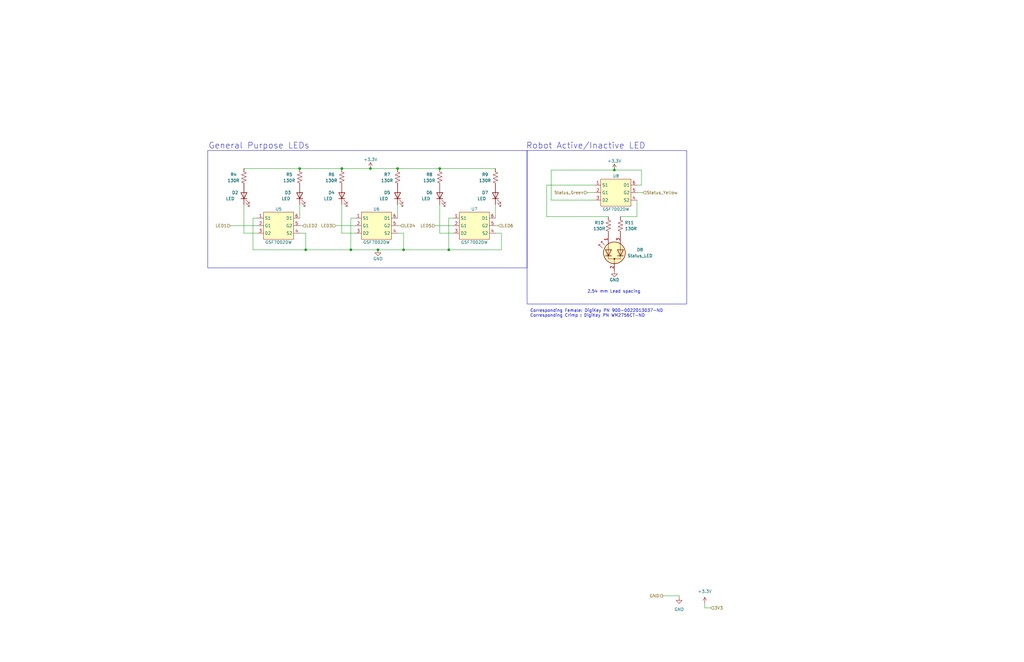
<source format=kicad_sch>
(kicad_sch (version 20250114) (generator "eeschema") (generator_version "9.0")
  (paper "B")
  (title_block (title "MCU Controller") (rev "0.3") (company "satomm@stanford.edu") (comment 1 "Department of Civil and Environmental Engineering") (comment 2 "Engineering Informatics Group") (comment 3 "Stanford University") (comment 4 "Matthew Sato"))
  (lib_symbols
    (symbol "Device:LED" (pin_numbers (hide yes)) (pin_names (offset 1.016) (hide yes))
      (property "Reference" "D" (at 0 2.54 0))
      (property "Value" "LED" (at 0 -2.54 0))
      (symbol "LED_0_1"
        (polyline (pts (xy -3.048 -0.762) (xy -4.572 -2.286) (xy -3.81 -2.286) (xy -4.572 -2.286) (xy -4.572 -1.524)))
        (polyline (pts (xy -1.778 -0.762) (xy -3.302 -2.286) (xy -2.54 -2.286) (xy -3.302 -2.286) (xy -3.302 -1.524)))
        (polyline (pts (xy -1.27 0) (xy 1.27 0)))
        (polyline (pts (xy -1.27 -1.27) (xy -1.27 1.27)) (stroke (width 0.254)))
        (polyline (pts (xy 1.27 -1.27) (xy 1.27 1.27) (xy -1.27 0) (xy 1.27 -1.27)) (stroke (width 0.254)))
      )
      (symbol "LED_1_1"
        (pin passive line (at -3.81 0 0) (length 2.54) (name "K") (number "1"))
        (pin passive line (at 3.81 0 180) (length 2.54) (name "A") (number "2"))
      )
    )
    (symbol "Device:LED_Dual_AKA" (pin_names (offset 0) (hide yes))
      (property "Reference" "D" (at 0 5.715 0))
      (property "Value" "LED_Dual_AKA" (at 0 -6.35 0))
      (symbol "LED_Dual_AKA_0_1"
        (polyline (pts (xy -4.572 0) (xy -2.54 0)))
        (circle (center -2.54 0) (radius 0.2794) (fill (type outline)))
        (polyline (pts (xy -1.27 1.27) (xy -1.27 3.81)) (stroke (width 0.254)))
        (polyline (pts (xy -1.27 -1.27) (xy -1.27 -3.81)) (stroke (width 0.254)))
        (circle (center 0 0) (radius 4.572) (stroke (width 0.254)) (fill (type background)))
        (polyline (pts (xy 1.27 1.27) (xy 1.27 3.81) (xy -1.27 2.54) (xy 1.27 1.27)) (stroke (width 0.254)))
        (polyline (pts (xy 1.27 -3.81) (xy 1.27 -1.27) (xy -1.27 -2.54) (xy 1.27 -3.81)) (stroke (width 0.254)))
        (polyline (pts (xy 2.032 5.08) (xy 3.556 6.604) (xy 2.794 6.604) (xy 3.556 6.604) (xy 3.556 5.842)))
        (polyline (pts (xy 2.032 2.54) (xy -2.54 2.54) (xy -2.54 -2.54) (xy 2.032 -2.54)))
        (polyline (pts (xy 3.302 4.064) (xy 4.826 5.588) (xy 4.064 5.588) (xy 4.826 5.588) (xy 4.826 4.826)))
        (polyline (pts (xy 3.81 2.54) (xy 1.905 2.54)))
        (polyline (pts (xy 3.81 -2.54) (xy 1.905 -2.54)))
      )
      (symbol "LED_Dual_AKA_1_1"
        (pin input line (at -7.62 0 0) (length 3.048) (name "K") (number "2"))
        (pin input line (at 7.62 2.54 180) (length 3.81) (name "A1") (number "1"))
        (pin input line (at 7.62 -2.54 180) (length 3.81) (name "A2") (number "3"))
      )
    )
    (symbol "Device:R_US" (pin_numbers (hide yes)) (pin_names (offset 0))
      (property "Reference" "R" (at 2.54 0 90))
      (property "Value" "R_US" (at -2.54 0 90))
      (symbol "R_US_0_1"
        (polyline (pts (xy 0 2.286) (xy 0 2.54)))
        (polyline (pts (xy 0 2.286) (xy 1.016 1.905) (xy 0 1.524) (xy -1.016 1.143) (xy 0 0.762)))
        (polyline (pts (xy 0 0.762) (xy 1.016 0.381) (xy 0 0) (xy -1.016 -0.381) (xy 0 -0.762)))
        (polyline (pts (xy 0 -0.762) (xy 1.016 -1.143) (xy 0 -1.524) (xy -1.016 -1.905) (xy 0 -2.286)))
        (polyline (pts (xy 0 -2.286) (xy 0 -2.54)))
      )
      (symbol "R_US_1_1"
        (pin passive line (at 0 3.81 270) (length 1.27) (name "~") (number "1"))
        (pin passive line (at 0 -3.81 90) (length 1.27) (name "~") (number "2"))
      )
    )
    (symbol "RobotLibary:GSF7002DW"
      (property "Reference" "U" (at 1.27 1.905 0))
      (property "Value" "GSF7002DW" (at 1.27 0 0))
      (symbol "GSF7002DW_1_1"
        (rectangle (start -5.08 -1.27) (end 7.62 -12.7) (fill (type background)))
        (pin passive line (at -7.62 -3.81 0) (length 2.54) (name "S1") (number "1"))
        (pin passive line (at -7.62 -6.985 0) (length 2.54) (name "G1") (number "2"))
        (pin passive line (at -7.62 -10.16 0) (length 2.54) (name "D2") (number "3"))
        (pin passive line (at 10.16 -3.81 180) (length 2.54) (name "D1") (number "6"))
        (pin passive line (at 10.16 -6.985 180) (length 2.54) (name "G2") (number "5"))
        (pin passive line (at 10.16 -10.16 180) (length 2.54) (name "S2") (number "4"))
      )
    )
    (symbol "power:+3.3V" (power) (pin_names (offset 0))
      (property "Value" "+3.3V" (at 0 3.556 0))
      (symbol "+3.3V_0_1"
        (polyline (pts (xy -0.762 1.27) (xy 0 2.54)))
        (polyline (pts (xy 0 2.54) (xy 0.762 1.27)))
        (polyline (pts (xy 0 0) (xy 0 2.54)))
      )
      (symbol "+3.3V_1_1"
        (pin power_in line (at 0 0 90) (length 0) (hide yes) (name "+3.3V") (number "1"))
      )
    )
    (symbol "power:GND" (power) (pin_names (offset 0))
      (property "Value" "GND" (at 0 -3.81 0))
      (symbol "GND_0_1"
        (polyline (pts (xy 0 0) (xy 0 -1.27) (xy 1.27 -1.27) (xy 0 -2.54) (xy -1.27 -1.27) (xy 0 -1.27)))
      )
      (symbol "GND_1_1"
        (pin power_in line (at 0 0 270) (length 0) (hide yes) (name "GND") (number "1"))
      )
    )
  )
  (rectangle (start 222.25 63.5) (end 289.56 128.27))
  (rectangle (start 87.63 63.5) (end 222.25 113.03))
  (text "Corresponding Female: DigiKey PN 900-0022013037-ND\nCorresponding Crimp : DigiKey PN WM2756CT-ND" (at 223.52 133.985 0) (effects (font (size 1.27 1.27)) (justify left bottom)))
  (text "Robot Active/Inactive LED" (at 247.015 61.595 0) (effects (font (size 2.54 2.54))))
  (text "2.54 mm Lead spacing" (at 247.65 123.825 0) (effects (font (size 1.27 1.27)) (justify left bottom)))
  (text "General Purpose LEDs" (at 109.22 61.595 0) (effects (font (size 2.54 2.54))))
  (junction (at 185.42 71.12))
  (junction (at 126.365 71.12))
  (junction (at 259.08 71.755))
  (junction (at 170.18 105.41))
  (junction (at 159.385 105.41))
  (junction (at 144.145 71.12))
  (junction (at 189.23 105.41))
  (junction (at 147.955 105.41))
  (junction (at 128.905 105.41))
  (junction (at 167.64 71.12))
  (junction (at 156.21 71.12))
  (wire (pts (xy 126.365 92.075) (xy 126.365 86.36)))
  (wire (pts (xy 147.955 105.41) (xy 159.385 105.41)))
  (wire (pts (xy 270.51 78.105) (xy 270.51 71.755)))
  (wire (pts (xy 232.41 84.455) (xy 250.825 84.455)))
  (wire (pts (xy 208.915 92.075) (xy 208.915 86.36)))
  (wire (pts (xy 185.42 98.425) (xy 191.135 98.425)))
  (wire (pts (xy 259.08 71.755) (xy 259.08 69.215)))
  (wire (pts (xy 232.41 71.755) (xy 232.41 84.455)))
  (wire (pts (xy 189.23 92.075) (xy 189.23 105.41)))
  (wire (pts (xy 168.91 95.25) (xy 167.64 95.25)))
  (wire (pts (xy 268.605 91.44) (xy 261.62 91.44)))
  (wire (pts (xy 167.64 92.075) (xy 167.64 86.36)))
  (wire (pts (xy 159.385 105.41) (xy 170.18 105.41)))
  (wire (pts (xy 183.515 95.25) (xy 191.135 95.25)))
  (wire (pts (xy 259.08 71.755) (xy 232.41 71.755)))
  (wire (pts (xy 128.905 105.41) (xy 128.905 98.425)))
  (wire (pts (xy 97.155 95.25) (xy 108.585 95.25)))
  (wire (pts (xy 210.185 95.25) (xy 208.915 95.25)))
  (wire (pts (xy 170.18 105.41) (xy 170.18 98.425)))
  (wire (pts (xy 208.915 98.425) (xy 211.455 98.425)))
  (wire (pts (xy 147.955 92.075) (xy 147.955 105.41)))
  (wire (pts (xy 268.605 78.105) (xy 270.51 78.105)))
  (wire (pts (xy 297.18 254.635) (xy 297.18 256.54)))
  (wire (pts (xy 167.64 71.12) (xy 185.42 71.12)))
  (wire (pts (xy 128.905 105.41) (xy 147.955 105.41)))
  (wire (pts (xy 247.65 81.28) (xy 250.825 81.28)))
  (wire (pts (xy 191.135 92.075) (xy 189.23 92.075)))
  (wire (pts (xy 270.51 71.755) (xy 259.08 71.755)))
  (wire (pts (xy 128.905 98.425) (xy 126.365 98.425)))
  (wire (pts (xy 126.365 71.12) (xy 144.145 71.12)))
  (wire (pts (xy 268.605 84.455) (xy 268.605 91.44)))
  (wire (pts (xy 106.68 105.41) (xy 128.905 105.41)))
  (wire (pts (xy 250.825 78.105) (xy 230.505 78.105)))
  (wire (pts (xy 297.18 256.54) (xy 299.72 256.54)))
  (wire (pts (xy 126.365 95.25) (xy 127.635 95.25)))
  (wire (pts (xy 108.585 98.425) (xy 102.87 98.425)))
  (wire (pts (xy 149.86 98.425) (xy 144.145 98.425)))
  (wire (pts (xy 170.18 105.41) (xy 189.23 105.41)))
  (wire (pts (xy 185.42 71.12) (xy 208.915 71.12)))
  (wire (pts (xy 189.23 105.41) (xy 211.455 105.41)))
  (wire (pts (xy 170.18 98.425) (xy 167.64 98.425)))
  (wire (pts (xy 230.505 78.105) (xy 230.505 91.44)))
  (wire (pts (xy 286.385 251.46) (xy 279.4 251.46)))
  (wire (pts (xy 149.86 92.075) (xy 147.955 92.075)))
  (wire (pts (xy 108.585 92.075) (xy 106.68 92.075)))
  (wire (pts (xy 230.505 91.44) (xy 256.54 91.44)))
  (wire (pts (xy 211.455 105.41) (xy 211.455 98.425)))
  (wire (pts (xy 141.605 95.25) (xy 149.86 95.25)))
  (wire (pts (xy 144.145 98.425) (xy 144.145 86.36)))
  (wire (pts (xy 156.21 71.12) (xy 167.64 71.12)))
  (wire (pts (xy 286.385 252.095) (xy 286.385 251.46)))
  (wire (pts (xy 106.68 92.075) (xy 106.68 105.41)))
  (wire (pts (xy 102.87 71.12) (xy 126.365 71.12)))
  (wire (pts (xy 102.87 98.425) (xy 102.87 86.36)))
  (wire (pts (xy 268.605 81.28) (xy 271.145 81.28)))
  (wire (pts (xy 144.145 71.12) (xy 156.21 71.12)))
  (wire (pts (xy 185.42 98.425) (xy 185.42 86.36)))
  (hierarchical_label "3V3" (shape input) (at 299.72 256.54 0))
  (hierarchical_label "Status_Green" (shape input) (at 247.65 81.28 180))
  (hierarchical_label "LED6" (shape input) (at 210.185 95.25 0))
  (hierarchical_label "LED1" (shape input) (at 97.155 95.25 180))
  (hierarchical_label "Status_Yellow" (shape input) (at 271.145 81.28 0))
  (hierarchical_label "LED2" (shape input) (at 127.635 95.25 0))
  (hierarchical_label "LED3" (shape input) (at 141.605 95.25 180))
  (hierarchical_label "LED5" (shape input) (at 183.515 95.25 180))
  (hierarchical_label "LED4" (shape input) (at 168.91 95.25 0))
  (hierarchical_label "GND" (shape output) (at 279.4 251.46 180))
  (symbol (lib_id "Device:R_US") (at 126.365 74.93 0) (unit 1)
    (property "Reference" "R5" (at 120.65 73.66 0) (effects (justify left)))
    (property "Value" "130R" (at 119.38 76.2 0) (effects (justify left)))
    (property "Footprint" "Resistor_SMD:R_0805_2012Metric_Pad1.20x1.40mm_HandSolder" (effects (hide yes)))
    (property "Datasheet" "https://www.seielect.com/catalog/sei-rmcf_rmcp.pdf" (effects (hide yes)))
    (property "Description" "RES 130 OHM 1% 1/8W 0805" (effects (hide yes)))
    (property "Mfr" "Stackpole Electronics Inc" (effects (hide yes)))
    (property "Mfr P/N" "RMCF0805FT130R" (effects (hide yes)))
    (property "Supplier 1" "DigiKey" (effects (hide yes)))
    (property "Supplier 1 P/N" "RMCF0805FT130RCT-ND" (effects (hide yes)))
  )
  (symbol (lib_id "Device:LED") (at 102.87 82.55 90) (unit 1)
    (property "Reference" "D2" (at 97.79 81.28 90) (effects (justify right)))
    (property "Value" "LED" (at 95.25 83.82 90) (effects (justify right)))
    (property "Footprint" "LED_SMD:LED_0805_2012Metric_Pad1.15x1.40mm_HandSolder" (effects (hide yes)))
    (property "Datasheet" "https://mm.digikey.com/Volume0/opasdata/d220001/medias/docus/3739/B1701URO-20D000114U1930.pdf" (effects (hide yes)))
    (property "Description" "LED RED DIFFUSED 0805 SMD" (effects (hide yes)))
    (property "Mfr" "Harvatek Corporation" (effects (hide yes)))
    (property "Mfr P/N" "B1701URO-20D000114U1930" (effects (hide yes)))
    (property "Supplier 1" "DigiKey" (effects (hide yes)))
    (property "Supplier 1 P/N" "3147-B1701URO-20D000114U1930CT-ND" (effects (hide yes)))
  )
  (symbol (lib_id "Device:R_US") (at 167.64 74.93 0) (unit 1)
    (property "Reference" "R7" (at 161.925 73.66 0) (effects (justify left)))
    (property "Value" "130R" (at 160.655 76.2 0) (effects (justify left)))
    (property "Footprint" "Resistor_SMD:R_0805_2012Metric_Pad1.20x1.40mm_HandSolder" (effects (hide yes)))
    (property "Datasheet" "https://www.seielect.com/catalog/sei-rmcf_rmcp.pdf" (effects (hide yes)))
    (property "Description" "RES 130 OHM 1% 1/8W 0805" (effects (hide yes)))
    (property "Mfr" "Stackpole Electronics Inc" (effects (hide yes)))
    (property "Mfr P/N" "RMCF0805FT130R" (effects (hide yes)))
    (property "Supplier 1" "DigiKey" (effects (hide yes)))
    (property "Supplier 1 P/N" "RMCF0805FT130RCT-ND" (effects (hide yes)))
  )
  (symbol (lib_id "Device:R_US") (at 256.54 95.25 180) (unit 1)
    (property "Reference" "R10" (at 254.635 93.98 0) (effects (justify left)))
    (property "Value" "130R" (at 255.27 96.52 0) (effects (justify left)))
    (property "Footprint" "Resistor_SMD:R_0805_2012Metric_Pad1.20x1.40mm_HandSolder" (effects (hide yes)))
    (property "Datasheet" "https://www.seielect.com/catalog/sei-rmcf_rmcp.pdf" (effects (hide yes)))
    (property "Description" "RES 130 OHM 1% 1/8W 0805" (effects (hide yes)))
    (property "Mfr" "Stackpole Electronics Inc" (effects (hide yes)))
    (property "Mfr P/N" "RMCF0805FT130R" (effects (hide yes)))
    (property "Supplier 1" "DigiKey" (effects (hide yes)))
    (property "Supplier 1 P/N" "RMCF0805FT130RCT-ND" (effects (hide yes)))
  )
  (symbol (lib_id "Device:LED") (at 185.42 82.55 90) (unit 1)
    (property "Reference" "D6" (at 179.705 81.28 90) (effects (justify right)))
    (property "Value" "LED" (at 177.8 83.82 90) (effects (justify right)))
    (property "Footprint" "LED_SMD:LED_0805_2012Metric_Pad1.15x1.40mm_HandSolder" (effects (hide yes)))
    (property "Datasheet" "https://mm.digikey.com/Volume0/opasdata/d220001/medias/docus/3739/B1701URO-20D000114U1930.pdf" (effects (hide yes)))
    (property "Description" "LED RED DIFFUSED 0805 SMD" (effects (hide yes)))
    (property "Mfr" "Harvatek Corporation" (effects (hide yes)))
    (property "Mfr P/N" "B1701URO-20D000114U1930" (effects (hide yes)))
    (property "Supplier 1" "DigiKey" (effects (hide yes)))
    (property "Supplier 1 P/N" "3147-B1701URO-20D000114U1930CT-ND" (effects (hide yes)))
  )
  (symbol (lib_id "Device:LED") (at 144.145 82.55 90) (unit 1)
    (property "Reference" "D4" (at 138.43 81.28 90) (effects (justify right)))
    (property "Value" "LED" (at 136.525 83.82 90) (effects (justify right)))
    (property "Footprint" "LED_SMD:LED_0805_2012Metric_Pad1.15x1.40mm_HandSolder" (effects (hide yes)))
    (property "Datasheet" "https://mm.digikey.com/Volume0/opasdata/d220001/medias/docus/3739/B1701URO-20D000114U1930.pdf" (effects (hide yes)))
    (property "Description" "LED RED DIFFUSED 0805 SMD" (effects (hide yes)))
    (property "Mfr" "Harvatek Corporation" (effects (hide yes)))
    (property "Mfr P/N" "B1701URO-20D000114U1930" (effects (hide yes)))
    (property "Supplier 1" "DigiKey" (effects (hide yes)))
    (property "Supplier 1 P/N" "3147-B1701URO-20D000114U1930CT-ND" (effects (hide yes)))
  )
  (symbol (lib_id "power:+3.3V") (at 259.08 71.755 0) (unit 1)
    (property "Reference" "#PWR087" (effects (hide yes)))
    (property "Value" "+3.3V" (at 259.08 67.945 0))
  )
  (symbol (lib_id "power:GND") (at 159.385 105.41 0) (unit 1)
    (property "Reference" "#PWR085" (effects (hide yes)))
    (property "Value" "GND" (at 159.385 109.22 0))
  )
  (symbol (lib_id "RobotLibary:GSF7002DW") (at 258.445 74.295 0) (unit 1)
    (property "Reference" "U8" (at 259.715 74.295 0))
    (property "Value" "GSF7002DW" (at 259.715 88.265 0))
    (property "Footprint" "Package_TO_SOT_SMD:SOT-363_SC-70-6" (effects (hide yes)))
    (property "Datasheet" "https://goodarksemi.com/docs/datasheets/mosfets/GSF7002DW.pdf" (effects (hide yes)))
    (property "Description" "MOSFET 2N-CH 60V 0.34A SOT363" (effects (hide yes)))
    (property "Mfr" "Good-Ark Semiconductor" (effects (hide yes)))
    (property "Mfr P/N" "GSF7002DW" (effects (hide yes)))
    (property "Supplier 1" "DigiKey" (effects (hide yes)))
    (property "Supplier 1 P/N" "4786-GSF7002DWCT-ND" (effects (hide yes)))
  )
  (symbol (lib_id "RobotLibary:GSF7002DW") (at 157.48 88.265 0) (unit 1)
    (property "Reference" "U6" (at 158.75 88.265 0))
    (property "Value" "GSF7002DW" (at 158.75 102.235 0))
    (property "Footprint" "Package_TO_SOT_SMD:SOT-363_SC-70-6" (effects (hide yes)))
    (property "Datasheet" "https://goodarksemi.com/docs/datasheets/mosfets/GSF7002DW.pdf" (effects (hide yes)))
    (property "Description" "MOSFET 2N-CH 60V 0.34A SOT363" (effects (hide yes)))
    (property "Mfr" "Good-Ark Semiconductor" (effects (hide yes)))
    (property "Mfr P/N" "GSF7002DW" (effects (hide yes)))
    (property "Supplier 1" "DigiKey" (effects (hide yes)))
    (property "Supplier 1 P/N" "4786-GSF7002DWCT-ND" (effects (hide yes)))
  )
  (symbol (lib_id "Device:LED_Dual_AKA") (at 259.08 106.68 90) (unit 1)
    (property "Reference" "D8" (at 269.875 105.41 90))
    (property "Value" "Status_LED" (at 269.875 107.95 90))
    (property "Footprint" "RobotLibrary:CONN3_22232031_MOL" (effects (hide yes)))
    (property "Datasheet" "https://www.kingbrightusa.com/images/catalog/SPEC/WP115WGYW.pdf" (effects (hide yes)))
    (property "Description" "LED GREEN/YELLOW DIFF T-1 T/H" (effects (hide yes)))
    (property "Mfr" "Kingbright" (effects (hide yes)))
    (property "Mfr P/N" "WP115WGYW" (effects (hide yes)))
    (property "Supplier 1" "DigiKey" (effects (hide yes)))
    (property "Supplier 1 P/N" "754-1864-ND" (effects (hide yes)))
    (property "Header Pin" "DigiKey" (effects (hide yes)))
    (property "P/N" "WM4201-ND" (effects (hide yes)))
  )
  (symbol (lib_id "RobotLibary:GSF7002DW") (at 198.755 88.265 0) (unit 1)
    (property "Reference" "U7" (at 200.025 88.265 0))
    (property "Value" "GSF7002DW" (at 200.025 102.235 0))
    (property "Footprint" "Package_TO_SOT_SMD:SOT-363_SC-70-6" (effects (hide yes)))
    (property "Datasheet" "https://goodarksemi.com/docs/datasheets/mosfets/GSF7002DW.pdf" (effects (hide yes)))
    (property "Description" "MOSFET 2N-CH 60V 0.34A SOT363" (effects (hide yes)))
    (property "Mfr" "Good-Ark Semiconductor" (effects (hide yes)))
    (property "Mfr P/N" "GSF7002DW" (effects (hide yes)))
    (property "Supplier 1" "DigiKey" (effects (hide yes)))
    (property "Supplier 1 P/N" "4786-GSF7002DWCT-ND" (effects (hide yes)))
  )
  (symbol (lib_id "Device:R_US") (at 185.42 74.93 0) (unit 1)
    (property "Reference" "R8" (at 179.705 73.66 0) (effects (justify left)))
    (property "Value" "130R" (at 178.435 76.2 0) (effects (justify left)))
    (property "Footprint" "Resistor_SMD:R_0805_2012Metric_Pad1.20x1.40mm_HandSolder" (effects (hide yes)))
    (property "Datasheet" "https://www.seielect.com/catalog/sei-rmcf_rmcp.pdf" (effects (hide yes)))
    (property "Description" "RES 130 OHM 1% 1/8W 0805" (effects (hide yes)))
    (property "Mfr" "Stackpole Electronics Inc" (effects (hide yes)))
    (property "Mfr P/N" "RMCF0805FT130R" (effects (hide yes)))
    (property "Supplier 1" "DigiKey" (effects (hide yes)))
    (property "Supplier 1 P/N" "RMCF0805FT130RCT-ND" (effects (hide yes)))
  )
  (symbol (lib_id "Device:LED") (at 208.915 82.55 90) (unit 1)
    (property "Reference" "D7" (at 203.2 81.28 90) (effects (justify right)))
    (property "Value" "LED" (at 201.295 83.82 90) (effects (justify right)))
    (property "Footprint" "LED_SMD:LED_0805_2012Metric_Pad1.15x1.40mm_HandSolder" (effects (hide yes)))
    (property "Datasheet" "https://mm.digikey.com/Volume0/opasdata/d220001/medias/docus/3656/B1701UD--20D000414U1930.pdf" (effects (hide yes)))
    (property "Description" "LED ORANGE DIFFUSED 0805 SMD" (effects (hide yes)))
    (property "Mfr" "Harvatek Corporation" (effects (hide yes)))
    (property "Mfr P/N" "B1701UD--20D000414U1930" (effects (hide yes)))
    (property "Supplier 1" "DigiKey" (effects (hide yes)))
    (property "Supplier 1 P/N" "3147-B1701UD--20D000414U1930CT-ND" (effects (hide yes)))
  )
  (symbol (lib_id "RobotLibary:GSF7002DW") (at 116.205 88.265 0) (unit 1)
    (property "Reference" "U5" (at 117.475 88.265 0))
    (property "Value" "GSF7002DW" (at 117.475 102.235 0))
    (property "Footprint" "Package_TO_SOT_SMD:SOT-363_SC-70-6" (effects (hide yes)))
    (property "Datasheet" "https://goodarksemi.com/docs/datasheets/mosfets/GSF7002DW.pdf" (effects (hide yes)))
    (property "Description" "MOSFET 2N-CH 60V 0.34A SOT363" (effects (hide yes)))
    (property "Mfr" "Good-Ark Semiconductor" (effects (hide yes)))
    (property "Mfr P/N" "GSF7002DW" (effects (hide yes)))
    (property "Supplier 1" "DigiKey" (effects (hide yes)))
    (property "Supplier 1 P/N" "4786-GSF7002DWCT-ND" (effects (hide yes)))
  )
  (symbol (lib_id "Device:R_US") (at 261.62 95.25 180) (unit 1)
    (property "Reference" "R11" (at 267.335 93.98 0) (effects (justify left)))
    (property "Value" "130R" (at 268.605 96.52 0) (effects (justify left)))
    (property "Footprint" "Resistor_SMD:R_0805_2012Metric_Pad1.20x1.40mm_HandSolder" (effects (hide yes)))
    (property "Datasheet" "https://www.seielect.com/catalog/sei-rmcf_rmcp.pdf" (effects (hide yes)))
    (property "Description" "RES 130 OHM 1% 1/8W 0805" (effects (hide yes)))
    (property "Mfr" "Stackpole Electronics Inc" (effects (hide yes)))
    (property "Mfr P/N" "RMCF0805FT130R" (effects (hide yes)))
    (property "Supplier 1" "DigiKey" (effects (hide yes)))
    (property "Supplier 1 P/N" "RMCF0805FT130RCT-ND" (effects (hide yes)))
  )
  (symbol (lib_id "Device:LED") (at 126.365 82.55 90) (unit 1)
    (property "Reference" "D3" (at 120.015 81.28 90) (effects (justify right)))
    (property "Value" "LED" (at 118.745 83.82 90) (effects (justify right)))
    (property "Footprint" "LED_SMD:LED_0805_2012Metric_Pad1.15x1.40mm_HandSolder" (effects (hide yes)))
    (property "Datasheet" "https://mm.digikey.com/Volume0/opasdata/d220001/medias/docus/3656/B1701UD--20D000414U1930.pdf" (effects (hide yes)))
    (property "Description" "LED ORANGE DIFFUSED 0805 SMD" (effects (hide yes)))
    (property "Mfr" "Harvatek Corporation" (effects (hide yes)))
    (property "Mfr P/N" "B1701UD--20D000414U1930" (effects (hide yes)))
    (property "Supplier 1" "DigiKey" (effects (hide yes)))
    (property "Supplier 1 P/N" "3147-B1701UD--20D000414U1930CT-ND" (effects (hide yes)))
  )
  (symbol (lib_id "Device:LED") (at 167.64 82.55 90) (unit 1)
    (property "Reference" "D5" (at 161.925 81.28 90) (effects (justify right)))
    (property "Value" "LED" (at 160.02 83.82 90) (effects (justify right)))
    (property "Footprint" "LED_SMD:LED_0805_2012Metric_Pad1.15x1.40mm_HandSolder" (effects (hide yes)))
    (property "Datasheet" "https://mm.digikey.com/Volume0/opasdata/d220001/medias/docus/3656/B1701UD--20D000414U1930.pdf" (effects (hide yes)))
    (property "Description" "LED ORANGE DIFFUSED 0805 SMD" (effects (hide yes)))
    (property "Mfr" "Harvatek Corporation" (effects (hide yes)))
    (property "Mfr P/N" "B1701UD--20D000414U1930" (effects (hide yes)))
    (property "Supplier 1" "DigiKey" (effects (hide yes)))
    (property "Supplier 1 P/N" "3147-B1701UD--20D000414U1930CT-ND" (effects (hide yes)))
  )
  (symbol (lib_id "Device:R_US") (at 102.87 74.93 0) (unit 1)
    (property "Reference" "R4" (at 97.155 73.66 0) (effects (justify left)))
    (property "Value" "130R" (at 95.885 76.2 0) (effects (justify left)))
    (property "Footprint" "Resistor_SMD:R_0805_2012Metric_Pad1.20x1.40mm_HandSolder" (effects (hide yes)))
    (property "Datasheet" "https://www.seielect.com/catalog/sei-rmcf_rmcp.pdf" (effects (hide yes)))
    (property "Description" "RES 130 OHM 1% 1/8W 0805" (effects (hide yes)))
    (property "Mfr" "Stackpole Electronics Inc" (effects (hide yes)))
    (property "Mfr P/N" "RMCF0805FT130R" (effects (hide yes)))
    (property "Supplier 1" "DigiKey" (effects (hide yes)))
    (property "Supplier 1 P/N" "RMCF0805FT130RCT-ND" (effects (hide yes)))
  )
  (symbol (lib_id "power:+3.3V") (at 156.21 71.12 0) (unit 1)
    (property "Reference" "#PWR084" (effects (hide yes)))
    (property "Value" "+3.3V" (at 156.21 67.31 0))
  )
  (symbol (lib_id "Device:R_US") (at 208.915 74.93 0) (unit 1)
    (property "Reference" "R9" (at 203.2 73.66 0) (effects (justify left)))
    (property "Value" "130R" (at 201.93 76.2 0) (effects (justify left)))
    (property "Footprint" "Resistor_SMD:R_0805_2012Metric_Pad1.20x1.40mm_HandSolder" (effects (hide yes)))
    (property "Datasheet" "https://www.seielect.com/catalog/sei-rmcf_rmcp.pdf" (effects (hide yes)))
    (property "Description" "RES 130 OHM 1% 1/8W 0805" (effects (hide yes)))
    (property "Mfr" "Stackpole Electronics Inc" (effects (hide yes)))
    (property "Mfr P/N" "RMCF0805FT130R" (effects (hide yes)))
    (property "Supplier 1" "DigiKey" (effects (hide yes)))
    (property "Supplier 1 P/N" "RMCF0805FT130RCT-ND" (effects (hide yes)))
  )
  (symbol (lib_id "power:+3.3V") (at 297.18 254.635 0) (unit 1)
    (property "Reference" "#PWR086" (effects (hide yes)))
    (property "Value" "+3.3V" (at 297.18 249.555 0))
  )
  (symbol (lib_id "power:GND") (at 259.08 114.3 0) (unit 1)
    (property "Reference" "#PWR088" (effects (hide yes)))
    (property "Value" "GND" (at 259.08 118.11 0))
  )
  (symbol (lib_id "Device:R_US") (at 144.145 74.93 0) (unit 1)
    (property "Reference" "R6" (at 138.43 73.66 0) (effects (justify left)))
    (property "Value" "130R" (at 137.16 76.2 0) (effects (justify left)))
    (property "Footprint" "Resistor_SMD:R_0805_2012Metric_Pad1.20x1.40mm_HandSolder" (effects (hide yes)))
    (property "Datasheet" "https://www.seielect.com/catalog/sei-rmcf_rmcp.pdf" (effects (hide yes)))
    (property "Description" "RES 130 OHM 1% 1/8W 0805" (effects (hide yes)))
    (property "Mfr" "Stackpole Electronics Inc" (effects (hide yes)))
    (property "Mfr P/N" "RMCF0805FT130R" (effects (hide yes)))
    (property "Supplier 1" "DigiKey" (effects (hide yes)))
    (property "Supplier 1 P/N" "RMCF0805FT130RCT-ND" (effects (hide yes)))
  )
  (symbol (lib_id "power:GND") (at 286.385 252.095 0) (unit 1)
    (property "Reference" "#PWR083" (effects (hide yes)))
    (property "Value" "GND" (at 286.385 257.175 0))
  )
)
</source>
